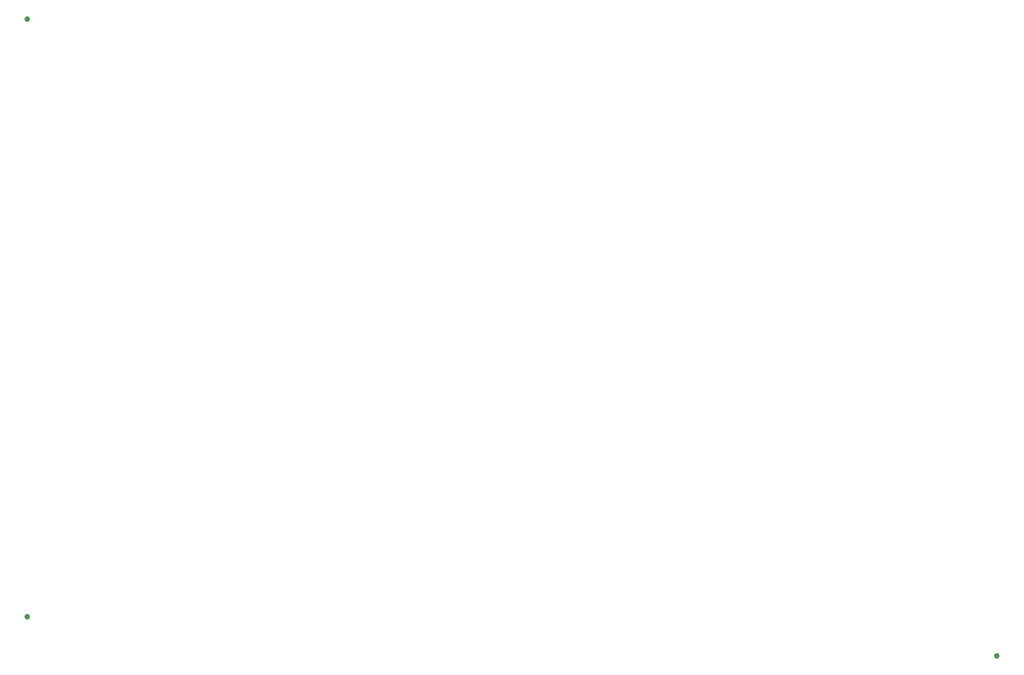
<source format=gtp>
G04 Layer_Color=8421504*
%FSLAX44Y44*%
%MOMM*%
G71*
G01*
G75*
%ADD10C,1.0000*%
D10*
X30000Y1160000D02*
D03*
Y100000D02*
D03*
X1750000Y30000D02*
D03*
M02*

</source>
